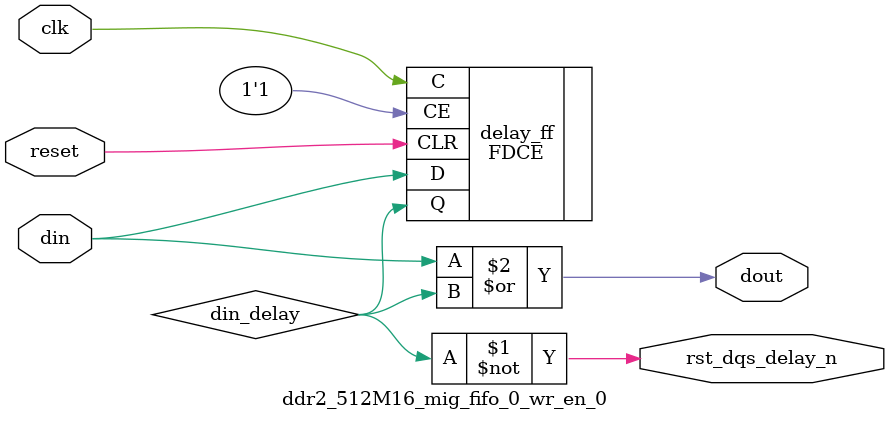
<source format=v>

`timescale 1ns/100ps
module ddr2_512M16_mig_fifo_0_wr_en_0
  (
   input     clk,
   input     reset,
   input     din,
   output    rst_dqs_delay_n,
   output    dout
   );

   localparam TIE_HIGH = 1'b1;

   wire      din_delay;
   
   assign rst_dqs_delay_n = ~din_delay;
   assign dout = (din | (din_delay));


   FDCE delay_ff 
     (.Q  (din_delay), 
      .C  (clk), 
      .CE (TIE_HIGH), 
      .CLR  (reset), 
      .D  (din));

endmodule

</source>
